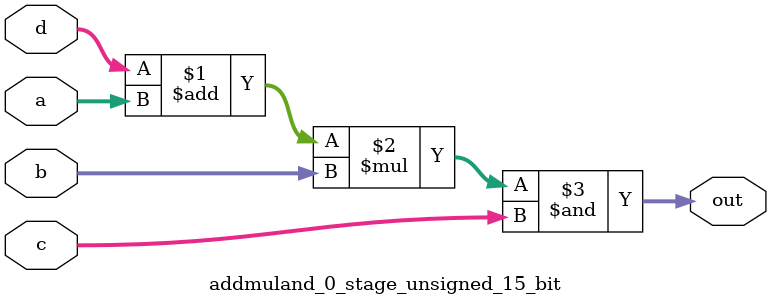
<source format=sv>
(* use_dsp = "yes" *) module addmuland_0_stage_unsigned_15_bit(
	input  [14:0] a,
	input  [14:0] b,
	input  [14:0] c,
	input  [14:0] d,
	output [14:0] out
	);

	assign out = ((d + a) * b) & c;
endmodule

</source>
